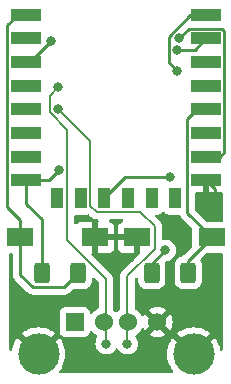
<source format=gbr>
%TF.GenerationSoftware,KiCad,Pcbnew,(6.0.2)*%
%TF.CreationDate,2022-03-14T21:43:20-03:00*%
%TF.ProjectId,9_axis_double,395f6178-6973-45f6-946f-75626c652e6b,rev?*%
%TF.SameCoordinates,Original*%
%TF.FileFunction,Copper,L1,Top*%
%TF.FilePolarity,Positive*%
%FSLAX46Y46*%
G04 Gerber Fmt 4.6, Leading zero omitted, Abs format (unit mm)*
G04 Created by KiCad (PCBNEW (6.0.2)) date 2022-03-14 21:43:20*
%MOMM*%
%LPD*%
G01*
G04 APERTURE LIST*
G04 Aperture macros list*
%AMRoundRect*
0 Rectangle with rounded corners*
0 $1 Rounding radius*
0 $2 $3 $4 $5 $6 $7 $8 $9 X,Y pos of 4 corners*
0 Add a 4 corners polygon primitive as box body*
4,1,4,$2,$3,$4,$5,$6,$7,$8,$9,$2,$3,0*
0 Add four circle primitives for the rounded corners*
1,1,$1+$1,$2,$3*
1,1,$1+$1,$4,$5*
1,1,$1+$1,$6,$7*
1,1,$1+$1,$8,$9*
0 Add four rect primitives between the rounded corners*
20,1,$1+$1,$2,$3,$4,$5,0*
20,1,$1+$1,$4,$5,$6,$7,0*
20,1,$1+$1,$6,$7,$8,$9,0*
20,1,$1+$1,$8,$9,$2,$3,0*%
G04 Aperture macros list end*
%TA.AperFunction,SMDPad,CuDef*%
%ADD10R,2.500000X1.000000*%
%TD*%
%TA.AperFunction,SMDPad,CuDef*%
%ADD11R,1.000000X1.800000*%
%TD*%
%TA.AperFunction,SMDPad,CuDef*%
%ADD12R,2.298700X1.597660*%
%TD*%
%TA.AperFunction,SMDPad,CuDef*%
%ADD13RoundRect,0.250000X-0.400000X-0.625000X0.400000X-0.625000X0.400000X0.625000X-0.400000X0.625000X0*%
%TD*%
%TA.AperFunction,ComponentPad*%
%ADD14R,1.524000X1.524000*%
%TD*%
%TA.AperFunction,ComponentPad*%
%ADD15C,1.524000*%
%TD*%
%TA.AperFunction,ComponentPad*%
%ADD16C,3.500000*%
%TD*%
%TA.AperFunction,ViaPad*%
%ADD17C,0.800000*%
%TD*%
%TA.AperFunction,Conductor*%
%ADD18C,0.200000*%
%TD*%
%TA.AperFunction,Conductor*%
%ADD19C,0.250000*%
%TD*%
G04 APERTURE END LIST*
D10*
%TO.P,U5,1,~{RST}*%
%TO.N,uC_reset*%
X73040000Y-59950000D03*
%TO.P,U5,2,ADC*%
%TO.N,unconnected-(U5-Pad2)*%
X73040000Y-61950000D03*
%TO.P,U5,3,EN*%
%TO.N,Net-(R11-Pad2)*%
X73040000Y-63950000D03*
%TO.P,U5,4,GPIO16*%
%TO.N,unconnected-(U5-Pad4)*%
X73040000Y-65950000D03*
%TO.P,U5,5,GPIO14*%
%TO.N,unconnected-(U5-Pad5)*%
X73040000Y-67950000D03*
%TO.P,U5,6,GPIO12*%
%TO.N,unconnected-(U5-Pad6)*%
X73040000Y-69950000D03*
%TO.P,U5,7,GPIO13*%
%TO.N,unconnected-(U5-Pad7)*%
X73040000Y-71950000D03*
%TO.P,U5,8,VCC*%
%TO.N,+3V3*%
X73040000Y-73950000D03*
D11*
%TO.P,U5,9,CS0*%
%TO.N,unconnected-(U5-Pad9)*%
X75640000Y-75450000D03*
%TO.P,U5,10,MISO*%
%TO.N,unconnected-(U5-Pad10)*%
X77640000Y-75450000D03*
%TO.P,U5,11,GPIO9*%
%TO.N,Net-(R1-Pad2)*%
X79640000Y-75450000D03*
%TO.P,U5,12,GPIO10*%
%TO.N,unconnected-(U5-Pad12)*%
X81640000Y-75450000D03*
%TO.P,U5,13,MOSI*%
%TO.N,unconnected-(U5-Pad13)*%
X83640000Y-75450000D03*
%TO.P,U5,14,SCLK*%
%TO.N,unconnected-(U5-Pad14)*%
X85640000Y-75450000D03*
D10*
%TO.P,U5,15,GND*%
%TO.N,GND*%
X88240000Y-73950000D03*
%TO.P,U5,16,GPIO15*%
%TO.N,Net-(R2-Pad1)*%
X88240000Y-71950000D03*
%TO.P,U5,17,GPIO2*%
%TO.N,unconnected-(U5-Pad17)*%
X88240000Y-69950000D03*
%TO.P,U5,18,GPIO0*%
%TO.N,uC_boot*%
X88240000Y-67950000D03*
%TO.P,U5,19,GPIO4*%
%TO.N,unconnected-(U5-Pad19)*%
X88240000Y-65950000D03*
%TO.P,U5,20,GPIO5*%
%TO.N,unconnected-(U5-Pad20)*%
X88240000Y-63950000D03*
%TO.P,U5,21,GPIO3/RXD*%
%TO.N,uC_RX*%
X88240000Y-61950000D03*
%TO.P,U5,22,GPIO1/TXD*%
%TO.N,uC_TX*%
X88240000Y-59950000D03*
%TD*%
D12*
%TO.P,SW2,1,1*%
%TO.N,GND*%
X78840000Y-78800000D03*
%TO.P,SW2,2,2*%
%TO.N,uC_reset*%
X72540800Y-78800000D03*
%TD*%
%TO.P,SW1,1,1*%
%TO.N,GND*%
X82440000Y-78800000D03*
%TO.P,SW1,2,2*%
%TO.N,uC_boot*%
X88739200Y-78800000D03*
%TD*%
D13*
%TO.P,R12,2*%
%TO.N,uC_reset*%
X77450000Y-81800000D03*
%TO.P,R12,1*%
%TO.N,+3V3*%
X74350000Y-81800000D03*
%TD*%
%TO.P,R10,2*%
%TO.N,uC_boot*%
X86750000Y-81800000D03*
%TO.P,R10,1*%
%TO.N,+3V3*%
X83650000Y-81800000D03*
%TD*%
D14*
%TO.P,J1,1,VBUS*%
%TO.N,+5V*%
X77140000Y-85972500D03*
D15*
%TO.P,J1,2,D-*%
%TO.N,D-*%
X79640000Y-85972500D03*
%TO.P,J1,3,D+*%
%TO.N,D+*%
X81640000Y-85972500D03*
%TO.P,J1,4,GND*%
%TO.N,GND*%
X84140000Y-85972500D03*
D16*
%TO.P,J1,5,Shield*%
X87210000Y-88682500D03*
X74070000Y-88682500D03*
%TD*%
D17*
%TO.N,+3V3*%
X84800000Y-79900000D03*
%TO.N,GND*%
X81800000Y-80500000D03*
X89000000Y-75700000D03*
%TO.N,+3V3*%
X75800000Y-73100000D03*
%TO.N,Net-(R1-Pad2)*%
X85200000Y-73700000D03*
%TO.N,uC_RX*%
X85800000Y-62900000D03*
%TO.N,uC_TX*%
X85800000Y-64700000D03*
%TO.N,Net-(R11-Pad2)*%
X75100000Y-62200000D03*
%TO.N,Net-(R2-Pad1)*%
X86000000Y-61900000D03*
%TO.N,D+*%
X75700000Y-67900000D03*
%TO.N,D-*%
X75700000Y-66100000D03*
%TO.N,D+*%
X81600000Y-87800000D03*
%TO.N,D-*%
X79800000Y-87800000D03*
%TD*%
D18*
%TO.N,D+*%
X81600000Y-87800000D02*
X81600000Y-82047862D01*
X78439511Y-70639511D02*
X75700000Y-67900000D01*
X81600000Y-82047862D02*
X83888861Y-79759001D01*
X83888861Y-79759001D02*
X83888861Y-77849350D01*
X83888861Y-77849350D02*
X82689022Y-76649511D01*
X82689022Y-76649511D02*
X78989022Y-76649511D01*
X78989022Y-76649511D02*
X78439511Y-76100000D01*
X78439511Y-76100000D02*
X78439511Y-70639511D01*
%TO.N,D-*%
X79800000Y-87800000D02*
X79800000Y-82347862D01*
X76499511Y-79047373D02*
X76499511Y-69688770D01*
X79800000Y-82347862D02*
X76499511Y-79047373D01*
X76499511Y-69688770D02*
X75000000Y-68189259D01*
X75000000Y-68189259D02*
X75000000Y-66800000D01*
X75000000Y-66800000D02*
X75700000Y-66100000D01*
D19*
%TO.N,+3V3*%
X83650000Y-81800000D02*
X83650000Y-81050000D01*
X83650000Y-81050000D02*
X84800000Y-79900000D01*
%TO.N,GND*%
X89000000Y-75700000D02*
X89000000Y-74710000D01*
X89000000Y-74710000D02*
X88240000Y-73950000D01*
X82440000Y-78800000D02*
X82440000Y-79860000D01*
X82440000Y-79860000D02*
X81800000Y-80500000D01*
%TO.N,uC_reset*%
X71400000Y-60840000D02*
X71400000Y-76200000D01*
X72540800Y-77340800D02*
X72540800Y-78800000D01*
X72290000Y-59950000D02*
X71400000Y-60840000D01*
X73040000Y-59950000D02*
X72290000Y-59950000D01*
X71400000Y-76200000D02*
X72540800Y-77340800D01*
%TO.N,uC_boot*%
X88240000Y-67950000D02*
X87490000Y-67950000D01*
X87490000Y-67950000D02*
X86665489Y-68774511D01*
X86665489Y-68774511D02*
X86665489Y-76726289D01*
X86665489Y-76726289D02*
X88739200Y-78800000D01*
X86750000Y-81800000D02*
X86750000Y-80789200D01*
X86750000Y-80789200D02*
X88739200Y-78800000D01*
%TO.N,uC_reset*%
X77450000Y-81800000D02*
X76250480Y-82999520D01*
X76250480Y-82999520D02*
X73599520Y-82999520D01*
X73599520Y-82999520D02*
X72540800Y-81940800D01*
X72540800Y-81940800D02*
X72540800Y-78800000D01*
%TO.N,+3V3*%
X74350000Y-81800000D02*
X74350000Y-77250000D01*
X74350000Y-77250000D02*
X73040000Y-75940000D01*
X73040000Y-75940000D02*
X73040000Y-73950000D01*
%TO.N,GND*%
X78840000Y-78800000D02*
X82440000Y-78800000D01*
%TO.N,Net-(R1-Pad2)*%
X85200000Y-73700000D02*
X81390000Y-73700000D01*
X81390000Y-73700000D02*
X79640000Y-75450000D01*
%TO.N,+3V3*%
X75800000Y-73100000D02*
X74950000Y-73950000D01*
X74950000Y-73950000D02*
X73040000Y-73950000D01*
%TO.N,Net-(R11-Pad2)*%
X75100000Y-62200000D02*
X73350000Y-63950000D01*
X73350000Y-63950000D02*
X73040000Y-63950000D01*
%TO.N,Net-(R2-Pad1)*%
X86000000Y-61900000D02*
X86774511Y-61125489D01*
X86774511Y-61125489D02*
X89625489Y-61125489D01*
X89625489Y-61125489D02*
X89814511Y-61314511D01*
X89814511Y-61314511D02*
X89814511Y-71585489D01*
X89814511Y-71585489D02*
X89450000Y-71950000D01*
X89450000Y-71950000D02*
X88240000Y-71950000D01*
%TO.N,uC_TX*%
X85800000Y-64700000D02*
X85075489Y-63975489D01*
X85075489Y-61799897D02*
X86925386Y-59950000D01*
X85075489Y-63975489D02*
X85075489Y-61799897D01*
X86925386Y-59950000D02*
X88240000Y-59950000D01*
%TO.N,uC_RX*%
X85800000Y-62900000D02*
X87290000Y-62900000D01*
X87290000Y-62900000D02*
X88240000Y-61950000D01*
%TD*%
%TA.AperFunction,Conductor*%
%TO.N,GND*%
G36*
X84729145Y-76651861D02*
G01*
X84740817Y-76665330D01*
X84776739Y-76713261D01*
X84893295Y-76800615D01*
X85029684Y-76851745D01*
X85091866Y-76858500D01*
X85949603Y-76858500D01*
X86017724Y-76878502D01*
X86064217Y-76932158D01*
X86070600Y-76949347D01*
X86079471Y-76979882D01*
X86083504Y-76986701D01*
X86083506Y-76986706D01*
X86089782Y-76997317D01*
X86098477Y-77015065D01*
X86105937Y-77033906D01*
X86110599Y-77040322D01*
X86110599Y-77040323D01*
X86131925Y-77069676D01*
X86138441Y-77079596D01*
X86155232Y-77107987D01*
X86160947Y-77117651D01*
X86175268Y-77131972D01*
X86188108Y-77147005D01*
X86200017Y-77163396D01*
X86225159Y-77184195D01*
X86234094Y-77191587D01*
X86242873Y-77199577D01*
X87044445Y-78001149D01*
X87078471Y-78063461D01*
X87081350Y-78090244D01*
X87081350Y-79509755D01*
X87061348Y-79577876D01*
X87044445Y-79598850D01*
X86357747Y-80285548D01*
X86349461Y-80293088D01*
X86342982Y-80297200D01*
X86337557Y-80302977D01*
X86296357Y-80346851D01*
X86293602Y-80349693D01*
X86273865Y-80369430D01*
X86271385Y-80372627D01*
X86263688Y-80381640D01*
X86260387Y-80385156D01*
X86253436Y-80392558D01*
X86193496Y-80426460D01*
X86193834Y-80427474D01*
X86187301Y-80429654D01*
X86187299Y-80429654D01*
X86055260Y-80473706D01*
X86026054Y-80483450D01*
X85875652Y-80576522D01*
X85750695Y-80701697D01*
X85746855Y-80707927D01*
X85746854Y-80707928D01*
X85704380Y-80776834D01*
X85657885Y-80852262D01*
X85655581Y-80859209D01*
X85604805Y-81012295D01*
X85602203Y-81020139D01*
X85591500Y-81124600D01*
X85591500Y-82475400D01*
X85591837Y-82478646D01*
X85591837Y-82478650D01*
X85600590Y-82563006D01*
X85602474Y-82581166D01*
X85658450Y-82748946D01*
X85751522Y-82899348D01*
X85876697Y-83024305D01*
X85882927Y-83028145D01*
X85882928Y-83028146D01*
X86020090Y-83112694D01*
X86027262Y-83117115D01*
X86107005Y-83143564D01*
X86188611Y-83170632D01*
X86188613Y-83170632D01*
X86195139Y-83172797D01*
X86201975Y-83173497D01*
X86201978Y-83173498D01*
X86245031Y-83177909D01*
X86299600Y-83183500D01*
X87200400Y-83183500D01*
X87203646Y-83183163D01*
X87203650Y-83183163D01*
X87299308Y-83173238D01*
X87299312Y-83173237D01*
X87306166Y-83172526D01*
X87312702Y-83170345D01*
X87312704Y-83170345D01*
X87444806Y-83126272D01*
X87473946Y-83116550D01*
X87624348Y-83023478D01*
X87749305Y-82898303D01*
X87842115Y-82747738D01*
X87897797Y-82579861D01*
X87908500Y-82475400D01*
X87908500Y-81124600D01*
X87897526Y-81018834D01*
X87895345Y-81012295D01*
X87843868Y-80858002D01*
X87841550Y-80851054D01*
X87795619Y-80776831D01*
X87776782Y-80708382D01*
X87797943Y-80640612D01*
X87813669Y-80621435D01*
X88290869Y-80144235D01*
X88353181Y-80110209D01*
X88379964Y-80107330D01*
X89556000Y-80107330D01*
X89624121Y-80127332D01*
X89670614Y-80180988D01*
X89682000Y-80233330D01*
X89682000Y-88256657D01*
X89661998Y-88324778D01*
X89608342Y-88371271D01*
X89538068Y-88381375D01*
X89473488Y-88351881D01*
X89435104Y-88292155D01*
X89432421Y-88281239D01*
X89396546Y-88100883D01*
X89394412Y-88092920D01*
X89301922Y-87820453D01*
X89298772Y-87812849D01*
X89171508Y-87554782D01*
X89167387Y-87547645D01*
X89007530Y-87308401D01*
X89002512Y-87301861D01*
X88989853Y-87287426D01*
X88976614Y-87279028D01*
X88966849Y-87284862D01*
X87569210Y-88682500D01*
X87299095Y-88952615D01*
X87236783Y-88986641D01*
X87165967Y-88981576D01*
X87120905Y-88952615D01*
X86850790Y-88682500D01*
X85454905Y-87286616D01*
X85441144Y-87279102D01*
X85431783Y-87285560D01*
X85417488Y-87301861D01*
X85412470Y-87308401D01*
X85252613Y-87547645D01*
X85248492Y-87554782D01*
X85121228Y-87812849D01*
X85118078Y-87820453D01*
X85025588Y-88092920D01*
X85023454Y-88100883D01*
X84967317Y-88383100D01*
X84966244Y-88391251D01*
X84947425Y-88678381D01*
X84947425Y-88686619D01*
X84966244Y-88973749D01*
X84967317Y-88981900D01*
X85023454Y-89264117D01*
X85025588Y-89272080D01*
X85118078Y-89544547D01*
X85121228Y-89552151D01*
X85248492Y-89810218D01*
X85252613Y-89817355D01*
X85412472Y-90056602D01*
X85417489Y-90063141D01*
X85434837Y-90082923D01*
X85464714Y-90147327D01*
X85455028Y-90217660D01*
X85408855Y-90271591D01*
X85340105Y-90292000D01*
X75939895Y-90292000D01*
X75871774Y-90271998D01*
X75825281Y-90218342D01*
X75815177Y-90148068D01*
X75845163Y-90082923D01*
X75862511Y-90063141D01*
X75867528Y-90056602D01*
X76027387Y-89817355D01*
X76031508Y-89810218D01*
X76158772Y-89552151D01*
X76161922Y-89544547D01*
X76254412Y-89272080D01*
X76256546Y-89264117D01*
X76312683Y-88981900D01*
X76313756Y-88973749D01*
X76332575Y-88686619D01*
X76332575Y-88678381D01*
X76313756Y-88391251D01*
X76312683Y-88383100D01*
X76256546Y-88100883D01*
X76254412Y-88092920D01*
X76161922Y-87820453D01*
X76158772Y-87812849D01*
X76031508Y-87554782D01*
X76027387Y-87547645D01*
X75867530Y-87308401D01*
X75862518Y-87301869D01*
X75849850Y-87287424D01*
X75836614Y-87279028D01*
X75826849Y-87284862D01*
X74429210Y-88682500D01*
X74159095Y-88952615D01*
X74096783Y-88986641D01*
X74025967Y-88981576D01*
X73980905Y-88952615D01*
X73710790Y-88682500D01*
X72314905Y-87286616D01*
X72301144Y-87279102D01*
X72291783Y-87285560D01*
X72277488Y-87301861D01*
X72272470Y-87308401D01*
X72112613Y-87547645D01*
X72108492Y-87554782D01*
X71981228Y-87812849D01*
X71978078Y-87820453D01*
X71885588Y-88092920D01*
X71883454Y-88100883D01*
X71847579Y-88281239D01*
X71814671Y-88344148D01*
X71752976Y-88379280D01*
X71682081Y-88375480D01*
X71624495Y-88333954D01*
X71598501Y-88267887D01*
X71598000Y-88256657D01*
X71598000Y-86915886D01*
X72666528Y-86915886D01*
X72672362Y-86925651D01*
X74057190Y-88310480D01*
X74071131Y-88318092D01*
X74072966Y-88317961D01*
X74079580Y-88313710D01*
X75465884Y-86927405D01*
X75473399Y-86913644D01*
X75466941Y-86904284D01*
X75450639Y-86889988D01*
X75444099Y-86884970D01*
X75204856Y-86725113D01*
X75197719Y-86720992D01*
X74939651Y-86593728D01*
X74932047Y-86590578D01*
X74659580Y-86498088D01*
X74651617Y-86495954D01*
X74369400Y-86439817D01*
X74361249Y-86438744D01*
X74074119Y-86419925D01*
X74065881Y-86419925D01*
X73778751Y-86438744D01*
X73770600Y-86439817D01*
X73488383Y-86495954D01*
X73480420Y-86498088D01*
X73207953Y-86590578D01*
X73200349Y-86593728D01*
X72942282Y-86720992D01*
X72935145Y-86725113D01*
X72695901Y-86884970D01*
X72689361Y-86889988D01*
X72674926Y-86902647D01*
X72666528Y-86915886D01*
X71598000Y-86915886D01*
X71598000Y-80233330D01*
X71618002Y-80165209D01*
X71671658Y-80118716D01*
X71724000Y-80107330D01*
X71781300Y-80107330D01*
X71849421Y-80127332D01*
X71895914Y-80180988D01*
X71907300Y-80233330D01*
X71907300Y-81862033D01*
X71906773Y-81873216D01*
X71905098Y-81880709D01*
X71905347Y-81888635D01*
X71905347Y-81888636D01*
X71907238Y-81948786D01*
X71907300Y-81952745D01*
X71907300Y-81980656D01*
X71907797Y-81984590D01*
X71907797Y-81984591D01*
X71907805Y-81984656D01*
X71908738Y-81996493D01*
X71910127Y-82040689D01*
X71914590Y-82056050D01*
X71915778Y-82060139D01*
X71919787Y-82079500D01*
X71922326Y-82099597D01*
X71925245Y-82106968D01*
X71925245Y-82106970D01*
X71938604Y-82140712D01*
X71942449Y-82151942D01*
X71954782Y-82194393D01*
X71958815Y-82201212D01*
X71958817Y-82201217D01*
X71965093Y-82211828D01*
X71973788Y-82229576D01*
X71981248Y-82248417D01*
X71985910Y-82254833D01*
X71985910Y-82254834D01*
X72007236Y-82284187D01*
X72013752Y-82294107D01*
X72017185Y-82299911D01*
X72036258Y-82332162D01*
X72050579Y-82346483D01*
X72063419Y-82361516D01*
X72075328Y-82377907D01*
X72081434Y-82382958D01*
X72109405Y-82406098D01*
X72118184Y-82414088D01*
X73095863Y-83391767D01*
X73103407Y-83400057D01*
X73107520Y-83406538D01*
X73113297Y-83411963D01*
X73157187Y-83453178D01*
X73160029Y-83455933D01*
X73179750Y-83475654D01*
X73182945Y-83478132D01*
X73191967Y-83485838D01*
X73224199Y-83516106D01*
X73231148Y-83519926D01*
X73241952Y-83525866D01*
X73258476Y-83536719D01*
X73274479Y-83549133D01*
X73315063Y-83566696D01*
X73325693Y-83571903D01*
X73364460Y-83593215D01*
X73372137Y-83595186D01*
X73372142Y-83595188D01*
X73384078Y-83598252D01*
X73402786Y-83604657D01*
X73421375Y-83612701D01*
X73429203Y-83613941D01*
X73429210Y-83613943D01*
X73465044Y-83619619D01*
X73476664Y-83622025D01*
X73508479Y-83630193D01*
X73519490Y-83633020D01*
X73539744Y-83633020D01*
X73559454Y-83634571D01*
X73579463Y-83637740D01*
X73587355Y-83636994D01*
X73606100Y-83635222D01*
X73623482Y-83633579D01*
X73635339Y-83633020D01*
X76171713Y-83633020D01*
X76182896Y-83633547D01*
X76190389Y-83635222D01*
X76198315Y-83634973D01*
X76198316Y-83634973D01*
X76258466Y-83633082D01*
X76262425Y-83633020D01*
X76290336Y-83633020D01*
X76294271Y-83632523D01*
X76294336Y-83632515D01*
X76306173Y-83631582D01*
X76338431Y-83630568D01*
X76342450Y-83630442D01*
X76350369Y-83630193D01*
X76369823Y-83624541D01*
X76389180Y-83620533D01*
X76401410Y-83618988D01*
X76401411Y-83618988D01*
X76409277Y-83617994D01*
X76416648Y-83615075D01*
X76416650Y-83615075D01*
X76450392Y-83601716D01*
X76461622Y-83597871D01*
X76496463Y-83587749D01*
X76496464Y-83587749D01*
X76504073Y-83585538D01*
X76510892Y-83581505D01*
X76510897Y-83581503D01*
X76521508Y-83575227D01*
X76539256Y-83566532D01*
X76558097Y-83559072D01*
X76578467Y-83544273D01*
X76593867Y-83533084D01*
X76603787Y-83526568D01*
X76635015Y-83508100D01*
X76635018Y-83508098D01*
X76641842Y-83504062D01*
X76656163Y-83489741D01*
X76671197Y-83476900D01*
X76672912Y-83475654D01*
X76687587Y-83464992D01*
X76715778Y-83430915D01*
X76723768Y-83422136D01*
X76925499Y-83220405D01*
X76987811Y-83186379D01*
X77014594Y-83183500D01*
X77900400Y-83183500D01*
X77903646Y-83183163D01*
X77903650Y-83183163D01*
X77999308Y-83173238D01*
X77999312Y-83173237D01*
X78006166Y-83172526D01*
X78012702Y-83170345D01*
X78012704Y-83170345D01*
X78144806Y-83126272D01*
X78173946Y-83116550D01*
X78324348Y-83023478D01*
X78449305Y-82898303D01*
X78542115Y-82747738D01*
X78597797Y-82579861D01*
X78608500Y-82475400D01*
X78608500Y-82321101D01*
X78628502Y-82252980D01*
X78682158Y-82206487D01*
X78752432Y-82196383D01*
X78817012Y-82225877D01*
X78823595Y-82232006D01*
X79154595Y-82563006D01*
X79188621Y-82625318D01*
X79191500Y-82652101D01*
X79191500Y-84699526D01*
X79171498Y-84767647D01*
X79118750Y-84813721D01*
X79002324Y-84868012D01*
X78997820Y-84871166D01*
X78997815Y-84871169D01*
X78824730Y-84992364D01*
X78824727Y-84992366D01*
X78820219Y-84995523D01*
X78663023Y-85152719D01*
X78635781Y-85191624D01*
X78580326Y-85235952D01*
X78509707Y-85243262D01*
X78446346Y-85211231D01*
X78410361Y-85150030D01*
X78407306Y-85132962D01*
X78405971Y-85120673D01*
X78403745Y-85100184D01*
X78352615Y-84963795D01*
X78265261Y-84847239D01*
X78148705Y-84759885D01*
X78012316Y-84708755D01*
X77950134Y-84702000D01*
X76329866Y-84702000D01*
X76267684Y-84708755D01*
X76131295Y-84759885D01*
X76014739Y-84847239D01*
X75927385Y-84963795D01*
X75876255Y-85100184D01*
X75869500Y-85162366D01*
X75869500Y-86782634D01*
X75876255Y-86844816D01*
X75927385Y-86981205D01*
X76014739Y-87097761D01*
X76018992Y-87100949D01*
X76018993Y-87100950D01*
X76113650Y-87171891D01*
X76131295Y-87185115D01*
X76267684Y-87236245D01*
X76329866Y-87243000D01*
X77950134Y-87243000D01*
X78012316Y-87236245D01*
X78148705Y-87185115D01*
X78265261Y-87097761D01*
X78352615Y-86981205D01*
X78403745Y-86844816D01*
X78407306Y-86812038D01*
X78434549Y-86746476D01*
X78492912Y-86706050D01*
X78563866Y-86703596D01*
X78624884Y-86739892D01*
X78635777Y-86753369D01*
X78663023Y-86792281D01*
X78820219Y-86949477D01*
X78824727Y-86952634D01*
X78824730Y-86952636D01*
X78871499Y-86985384D01*
X79002323Y-87076988D01*
X79007307Y-87079312D01*
X79007319Y-87079319D01*
X79009211Y-87080201D01*
X79009904Y-87080811D01*
X79012074Y-87082064D01*
X79011822Y-87082500D01*
X79062494Y-87127120D01*
X79081952Y-87195399D01*
X79059874Y-87262429D01*
X79060960Y-87263056D01*
X79057659Y-87268774D01*
X79057655Y-87268780D01*
X78968777Y-87422721D01*
X78965473Y-87428444D01*
X78906458Y-87610072D01*
X78886496Y-87800000D01*
X78906458Y-87989928D01*
X78965473Y-88171556D01*
X78968776Y-88177278D01*
X78968777Y-88177279D01*
X79002686Y-88236010D01*
X79060960Y-88336944D01*
X79065378Y-88341851D01*
X79065379Y-88341852D01*
X79074409Y-88351881D01*
X79188747Y-88478866D01*
X79343248Y-88591118D01*
X79349276Y-88593802D01*
X79349278Y-88593803D01*
X79511681Y-88666109D01*
X79517712Y-88668794D01*
X79601572Y-88686619D01*
X79698056Y-88707128D01*
X79698061Y-88707128D01*
X79704513Y-88708500D01*
X79895487Y-88708500D01*
X79901939Y-88707128D01*
X79901944Y-88707128D01*
X79998428Y-88686619D01*
X80082288Y-88668794D01*
X80088319Y-88666109D01*
X80250722Y-88593803D01*
X80250724Y-88593802D01*
X80256752Y-88591118D01*
X80411253Y-88478866D01*
X80525591Y-88351881D01*
X80534621Y-88341852D01*
X80534622Y-88341851D01*
X80539040Y-88336944D01*
X80590881Y-88247153D01*
X80642264Y-88198160D01*
X80711977Y-88184724D01*
X80777888Y-88211110D01*
X80809119Y-88247153D01*
X80860960Y-88336944D01*
X80865378Y-88341851D01*
X80865379Y-88341852D01*
X80874409Y-88351881D01*
X80988747Y-88478866D01*
X81143248Y-88591118D01*
X81149276Y-88593802D01*
X81149278Y-88593803D01*
X81311681Y-88666109D01*
X81317712Y-88668794D01*
X81401572Y-88686619D01*
X81498056Y-88707128D01*
X81498061Y-88707128D01*
X81504513Y-88708500D01*
X81695487Y-88708500D01*
X81701939Y-88707128D01*
X81701944Y-88707128D01*
X81798428Y-88686619D01*
X81882288Y-88668794D01*
X81888319Y-88666109D01*
X82050722Y-88593803D01*
X82050724Y-88593802D01*
X82056752Y-88591118D01*
X82211253Y-88478866D01*
X82325591Y-88351881D01*
X82334621Y-88341852D01*
X82334622Y-88341851D01*
X82339040Y-88336944D01*
X82397314Y-88236010D01*
X82431223Y-88177279D01*
X82431224Y-88177278D01*
X82434527Y-88171556D01*
X82493542Y-87989928D01*
X82513504Y-87800000D01*
X82493542Y-87610072D01*
X82434527Y-87428444D01*
X82426925Y-87415276D01*
X82352642Y-87286616D01*
X82339040Y-87263056D01*
X82307852Y-87228419D01*
X82277137Y-87164415D01*
X82285900Y-87093961D01*
X82329219Y-87040898D01*
X82342959Y-87031277D01*
X83445777Y-87031277D01*
X83455074Y-87043293D01*
X83498069Y-87073398D01*
X83507555Y-87078876D01*
X83698993Y-87168145D01*
X83709285Y-87171891D01*
X83913309Y-87226559D01*
X83924104Y-87228462D01*
X84134525Y-87246872D01*
X84145475Y-87246872D01*
X84355896Y-87228462D01*
X84366691Y-87226559D01*
X84570715Y-87171891D01*
X84581007Y-87168145D01*
X84772445Y-87078876D01*
X84781931Y-87073398D01*
X84825764Y-87042707D01*
X84834139Y-87032229D01*
X84827071Y-87018781D01*
X84724176Y-86915886D01*
X85806528Y-86915886D01*
X85812362Y-86925651D01*
X87197190Y-88310480D01*
X87211131Y-88318092D01*
X87212966Y-88317961D01*
X87219580Y-88313710D01*
X88605884Y-86927405D01*
X88613399Y-86913644D01*
X88606941Y-86904284D01*
X88590639Y-86889988D01*
X88584099Y-86884970D01*
X88344856Y-86725113D01*
X88337719Y-86720992D01*
X88079651Y-86593728D01*
X88072047Y-86590578D01*
X87799580Y-86498088D01*
X87791617Y-86495954D01*
X87509400Y-86439817D01*
X87501249Y-86438744D01*
X87214119Y-86419925D01*
X87205881Y-86419925D01*
X86918751Y-86438744D01*
X86910600Y-86439817D01*
X86628383Y-86495954D01*
X86620420Y-86498088D01*
X86347953Y-86590578D01*
X86340349Y-86593728D01*
X86082282Y-86720992D01*
X86075145Y-86725113D01*
X85835901Y-86884970D01*
X85829361Y-86889988D01*
X85814926Y-86902647D01*
X85806528Y-86915886D01*
X84724176Y-86915886D01*
X84152812Y-86344522D01*
X84138868Y-86336908D01*
X84137035Y-86337039D01*
X84130420Y-86341290D01*
X83452207Y-87019503D01*
X83445777Y-87031277D01*
X82342959Y-87031277D01*
X82455270Y-86952636D01*
X82455273Y-86952634D01*
X82459781Y-86949477D01*
X82616977Y-86792281D01*
X82621354Y-86786031D01*
X82741331Y-86614685D01*
X82741332Y-86614683D01*
X82744488Y-86610176D01*
X82746811Y-86605194D01*
X82746814Y-86605189D01*
X82776081Y-86542425D01*
X82822999Y-86489140D01*
X82891276Y-86469679D01*
X82959236Y-86490221D01*
X83004471Y-86542425D01*
X83033623Y-86604941D01*
X83039103Y-86614432D01*
X83069794Y-86658265D01*
X83080271Y-86666640D01*
X83093718Y-86659572D01*
X83767978Y-85985312D01*
X83774356Y-85973632D01*
X84504408Y-85973632D01*
X84504539Y-85975465D01*
X84508790Y-85982080D01*
X85187003Y-86660293D01*
X85198777Y-86666723D01*
X85210793Y-86657426D01*
X85240897Y-86614432D01*
X85246377Y-86604941D01*
X85335645Y-86413507D01*
X85339391Y-86403215D01*
X85394059Y-86199191D01*
X85395962Y-86188396D01*
X85414372Y-85977975D01*
X85414372Y-85967025D01*
X85395962Y-85756604D01*
X85394059Y-85745809D01*
X85339391Y-85541785D01*
X85335645Y-85531493D01*
X85246377Y-85340059D01*
X85240897Y-85330568D01*
X85210206Y-85286735D01*
X85199729Y-85278360D01*
X85186282Y-85285428D01*
X84512022Y-85959688D01*
X84504408Y-85973632D01*
X83774356Y-85973632D01*
X83775592Y-85971368D01*
X83775461Y-85969535D01*
X83771210Y-85962920D01*
X83092997Y-85284707D01*
X83081223Y-85278277D01*
X83069207Y-85287574D01*
X83039103Y-85330568D01*
X83033623Y-85340059D01*
X83004471Y-85402575D01*
X82957553Y-85455860D01*
X82889276Y-85475321D01*
X82821316Y-85454779D01*
X82776081Y-85402575D01*
X82746814Y-85339811D01*
X82746811Y-85339806D01*
X82744488Y-85334824D01*
X82741331Y-85330315D01*
X82620136Y-85157230D01*
X82620134Y-85157227D01*
X82616977Y-85152719D01*
X82459781Y-84995523D01*
X82455273Y-84992366D01*
X82455270Y-84992364D01*
X82341599Y-84912771D01*
X83445860Y-84912771D01*
X83452928Y-84926218D01*
X84127188Y-85600478D01*
X84141132Y-85608092D01*
X84142965Y-85607961D01*
X84149580Y-85603710D01*
X84827793Y-84925497D01*
X84834223Y-84913723D01*
X84824926Y-84901707D01*
X84781931Y-84871602D01*
X84772445Y-84866124D01*
X84581007Y-84776855D01*
X84570715Y-84773109D01*
X84366691Y-84718441D01*
X84355896Y-84716538D01*
X84145475Y-84698128D01*
X84134525Y-84698128D01*
X83924104Y-84716538D01*
X83913309Y-84718441D01*
X83709285Y-84773109D01*
X83698993Y-84776855D01*
X83507559Y-84866123D01*
X83498068Y-84871603D01*
X83454235Y-84902294D01*
X83445860Y-84912771D01*
X82341599Y-84912771D01*
X82277677Y-84868012D01*
X82272694Y-84865688D01*
X82271500Y-84864999D01*
X82222506Y-84813616D01*
X82208500Y-84755880D01*
X82208500Y-82352101D01*
X82228502Y-82283980D01*
X82245405Y-82263006D01*
X82276405Y-82232006D01*
X82338717Y-82197980D01*
X82409532Y-82203045D01*
X82466368Y-82245592D01*
X82491179Y-82312112D01*
X82491500Y-82321101D01*
X82491500Y-82475400D01*
X82491837Y-82478646D01*
X82491837Y-82478650D01*
X82500590Y-82563006D01*
X82502474Y-82581166D01*
X82558450Y-82748946D01*
X82651522Y-82899348D01*
X82776697Y-83024305D01*
X82782927Y-83028145D01*
X82782928Y-83028146D01*
X82920090Y-83112694D01*
X82927262Y-83117115D01*
X83007005Y-83143564D01*
X83088611Y-83170632D01*
X83088613Y-83170632D01*
X83095139Y-83172797D01*
X83101975Y-83173497D01*
X83101978Y-83173498D01*
X83145031Y-83177909D01*
X83199600Y-83183500D01*
X84100400Y-83183500D01*
X84103646Y-83183163D01*
X84103650Y-83183163D01*
X84199308Y-83173238D01*
X84199312Y-83173237D01*
X84206166Y-83172526D01*
X84212702Y-83170345D01*
X84212704Y-83170345D01*
X84344806Y-83126272D01*
X84373946Y-83116550D01*
X84524348Y-83023478D01*
X84649305Y-82898303D01*
X84742115Y-82747738D01*
X84797797Y-82579861D01*
X84808500Y-82475400D01*
X84808500Y-81124600D01*
X84797526Y-81018834D01*
X84795345Y-81012296D01*
X84795345Y-81012295D01*
X84782466Y-80973693D01*
X84779882Y-80902743D01*
X84816066Y-80841659D01*
X84879530Y-80809835D01*
X84888819Y-80808507D01*
X84888886Y-80808500D01*
X84895487Y-80808500D01*
X85082288Y-80768794D01*
X85088319Y-80766109D01*
X85250722Y-80693803D01*
X85250724Y-80693802D01*
X85256752Y-80691118D01*
X85411253Y-80578866D01*
X85539040Y-80436944D01*
X85616386Y-80302977D01*
X85631223Y-80277279D01*
X85631224Y-80277278D01*
X85634527Y-80271556D01*
X85693542Y-80089928D01*
X85713504Y-79900000D01*
X85693542Y-79710072D01*
X85634527Y-79528444D01*
X85539040Y-79363056D01*
X85411253Y-79221134D01*
X85256752Y-79108882D01*
X85250724Y-79106198D01*
X85250722Y-79106197D01*
X85088319Y-79033891D01*
X85088318Y-79033891D01*
X85082288Y-79031206D01*
X84970728Y-79007493D01*
X84901944Y-78992872D01*
X84901939Y-78992872D01*
X84895487Y-78991500D01*
X84704513Y-78991500D01*
X84698061Y-78992872D01*
X84698056Y-78992872D01*
X84649558Y-79003181D01*
X84578767Y-78997779D01*
X84522134Y-78954962D01*
X84497641Y-78888324D01*
X84497361Y-78879934D01*
X84497361Y-77897494D01*
X84498439Y-77881048D01*
X84501534Y-77857538D01*
X84502612Y-77849350D01*
X84481699Y-77690499D01*
X84420385Y-77542474D01*
X84347339Y-77447279D01*
X84347335Y-77447275D01*
X84337756Y-77434791D01*
X84327877Y-77421916D01*
X84327874Y-77421913D01*
X84322848Y-77415363D01*
X84316293Y-77410333D01*
X84297482Y-77395898D01*
X84285091Y-77385031D01*
X83973655Y-77073595D01*
X83939629Y-77011283D01*
X83944694Y-76940468D01*
X83987241Y-76883632D01*
X84053761Y-76858821D01*
X84062750Y-76858500D01*
X84188134Y-76858500D01*
X84250316Y-76851745D01*
X84386705Y-76800615D01*
X84503261Y-76713261D01*
X84539176Y-76665340D01*
X84596033Y-76622827D01*
X84666851Y-76617801D01*
X84729145Y-76651861D01*
G37*
%TD.AperFunction*%
%TA.AperFunction,Conductor*%
G36*
X78250343Y-76851992D02*
G01*
X78316871Y-76855465D01*
X78364214Y-76885251D01*
X78524700Y-77045737D01*
X78535567Y-77058127D01*
X78555035Y-77083498D01*
X78561581Y-77088521D01*
X78561584Y-77088524D01*
X78586949Y-77107987D01*
X78586951Y-77107988D01*
X78638325Y-77147409D01*
X78682146Y-77181035D01*
X78689772Y-77184194D01*
X78689774Y-77184195D01*
X78742926Y-77206211D01*
X78830171Y-77242349D01*
X78838358Y-77243427D01*
X78838359Y-77243427D01*
X78849564Y-77244902D01*
X78880760Y-77249009D01*
X78949137Y-77258011D01*
X78949140Y-77258011D01*
X78949148Y-77258012D01*
X78980833Y-77262183D01*
X78989022Y-77263261D01*
X78997211Y-77262183D01*
X78997212Y-77262183D01*
X79019783Y-77259212D01*
X79089932Y-77270152D01*
X79143029Y-77317282D01*
X79162218Y-77385636D01*
X79141405Y-77453513D01*
X79117858Y-77473430D01*
X79095671Y-77499035D01*
X79094000Y-77506718D01*
X79094000Y-78527885D01*
X79098475Y-78543124D01*
X79099865Y-78544329D01*
X79107548Y-78546000D01*
X80479234Y-78546000D01*
X80494473Y-78541525D01*
X80495678Y-78540135D01*
X80497349Y-78532452D01*
X80497349Y-77956501D01*
X80496979Y-77949680D01*
X80491455Y-77898818D01*
X80487829Y-77883566D01*
X80442674Y-77763116D01*
X80434136Y-77747521D01*
X80357635Y-77645446D01*
X80345074Y-77632885D01*
X80242999Y-77556384D01*
X80227404Y-77547846D01*
X80105092Y-77501993D01*
X80048328Y-77459351D01*
X80023628Y-77392790D01*
X80038835Y-77323441D01*
X80089121Y-77273323D01*
X80149322Y-77258011D01*
X81130678Y-77258011D01*
X81198799Y-77278013D01*
X81245292Y-77331669D01*
X81255396Y-77401943D01*
X81225902Y-77466523D01*
X81174908Y-77501993D01*
X81052596Y-77547846D01*
X81037001Y-77556384D01*
X80934926Y-77632885D01*
X80922365Y-77645446D01*
X80845864Y-77747521D01*
X80837326Y-77763116D01*
X80792172Y-77883564D01*
X80788545Y-77898819D01*
X80783019Y-77949684D01*
X80782650Y-77956498D01*
X80782650Y-78527885D01*
X80787125Y-78543124D01*
X80788515Y-78544329D01*
X80796198Y-78546000D01*
X82568000Y-78546000D01*
X82636121Y-78566002D01*
X82682614Y-78619658D01*
X82694000Y-78672000D01*
X82694000Y-80041123D01*
X82673998Y-80109244D01*
X82657095Y-80130218D01*
X81203766Y-81583547D01*
X81191375Y-81594414D01*
X81166013Y-81613875D01*
X81141526Y-81645787D01*
X81141523Y-81645790D01*
X81068476Y-81740986D01*
X81065316Y-81748616D01*
X81035724Y-81820057D01*
X81014682Y-81870858D01*
X81007162Y-81889012D01*
X80991500Y-82007977D01*
X80991500Y-82007982D01*
X80986250Y-82047862D01*
X80987328Y-82056050D01*
X80990422Y-82079552D01*
X80991500Y-82095998D01*
X80991500Y-84809999D01*
X80971498Y-84878120D01*
X80937771Y-84913212D01*
X80824730Y-84992364D01*
X80824727Y-84992366D01*
X80820219Y-84995523D01*
X80729095Y-85086647D01*
X80666783Y-85120673D01*
X80595968Y-85115608D01*
X80550905Y-85086647D01*
X80459781Y-84995523D01*
X80455269Y-84992364D01*
X80453508Y-84990886D01*
X80414182Y-84931776D01*
X80408500Y-84894365D01*
X80408500Y-82395998D01*
X80409578Y-82379552D01*
X80412672Y-82356050D01*
X80413750Y-82347862D01*
X80408500Y-82307984D01*
X80408500Y-82307977D01*
X80395139Y-82206487D01*
X80393916Y-82197200D01*
X80392838Y-82189012D01*
X80331524Y-82040987D01*
X80308058Y-82010405D01*
X80285230Y-81980656D01*
X80285228Y-81980654D01*
X80263814Y-81952745D01*
X80258477Y-81945790D01*
X80258474Y-81945787D01*
X80258471Y-81945783D01*
X80239016Y-81920428D01*
X80239013Y-81920425D01*
X80233987Y-81913875D01*
X80227432Y-81908845D01*
X80208621Y-81894410D01*
X80196230Y-81883543D01*
X78588045Y-80275358D01*
X78554019Y-80213046D01*
X78559084Y-80142231D01*
X78581915Y-80103752D01*
X78584328Y-80100967D01*
X78586000Y-80093282D01*
X78586000Y-80088714D01*
X79094000Y-80088714D01*
X79098475Y-80103953D01*
X79099865Y-80105158D01*
X79107548Y-80106829D01*
X80034019Y-80106829D01*
X80040840Y-80106459D01*
X80091702Y-80100935D01*
X80106954Y-80097309D01*
X80227404Y-80052154D01*
X80242999Y-80043616D01*
X80345074Y-79967115D01*
X80357635Y-79954554D01*
X80434136Y-79852479D01*
X80442674Y-79836884D01*
X80487828Y-79716436D01*
X80491455Y-79701181D01*
X80496981Y-79650316D01*
X80497350Y-79643502D01*
X80497350Y-79643499D01*
X80782651Y-79643499D01*
X80783021Y-79650320D01*
X80788545Y-79701182D01*
X80792171Y-79716434D01*
X80837326Y-79836884D01*
X80845864Y-79852479D01*
X80922365Y-79954554D01*
X80934926Y-79967115D01*
X81037001Y-80043616D01*
X81052596Y-80052154D01*
X81173044Y-80097308D01*
X81188299Y-80100935D01*
X81239164Y-80106461D01*
X81245978Y-80106830D01*
X82167885Y-80106830D01*
X82183124Y-80102355D01*
X82184329Y-80100965D01*
X82186000Y-80093282D01*
X82186000Y-79072115D01*
X82181525Y-79056876D01*
X82180135Y-79055671D01*
X82172452Y-79054000D01*
X80800766Y-79054000D01*
X80785527Y-79058475D01*
X80784322Y-79059865D01*
X80782651Y-79067548D01*
X80782651Y-79643499D01*
X80497350Y-79643499D01*
X80497350Y-79072115D01*
X80492875Y-79056876D01*
X80491485Y-79055671D01*
X80483802Y-79054000D01*
X79112115Y-79054000D01*
X79096876Y-79058475D01*
X79095671Y-79059865D01*
X79094000Y-79067548D01*
X79094000Y-80088714D01*
X78586000Y-80088714D01*
X78586000Y-77511286D01*
X78581525Y-77496047D01*
X78580135Y-77494842D01*
X78572452Y-77493171D01*
X77645981Y-77493171D01*
X77639160Y-77493541D01*
X77588298Y-77499065D01*
X77573046Y-77502691D01*
X77452596Y-77547846D01*
X77437001Y-77556384D01*
X77334926Y-77632885D01*
X77323106Y-77644705D01*
X77260794Y-77678731D01*
X77189979Y-77673666D01*
X77133143Y-77631119D01*
X77108332Y-77564599D01*
X77108011Y-77555610D01*
X77108011Y-76984500D01*
X77128013Y-76916379D01*
X77181669Y-76869886D01*
X77234011Y-76858500D01*
X78188134Y-76858500D01*
X78248788Y-76851911D01*
X78250316Y-76851745D01*
X78250343Y-76851992D01*
G37*
%TD.AperFunction*%
%TA.AperFunction,Conductor*%
G36*
X88436121Y-73716002D02*
G01*
X88482614Y-73769658D01*
X88494000Y-73822000D01*
X88494000Y-74939884D01*
X88498475Y-74955123D01*
X88499865Y-74956328D01*
X88507548Y-74957999D01*
X89534669Y-74957999D01*
X89541475Y-74957630D01*
X89542389Y-74957531D01*
X89542602Y-74957569D01*
X89544877Y-74957446D01*
X89544906Y-74957982D01*
X89612272Y-74970058D01*
X89664289Y-75018377D01*
X89682000Y-75082794D01*
X89682000Y-77366670D01*
X89661998Y-77434791D01*
X89608342Y-77481284D01*
X89556000Y-77492670D01*
X88379965Y-77492670D01*
X88311844Y-77472668D01*
X88290870Y-77455765D01*
X87335894Y-76500789D01*
X87301868Y-76438477D01*
X87298989Y-76411694D01*
X87298989Y-75084000D01*
X87318991Y-75015879D01*
X87372647Y-74969386D01*
X87424989Y-74958000D01*
X87967885Y-74958000D01*
X87983124Y-74953525D01*
X87984329Y-74952135D01*
X87986000Y-74944452D01*
X87986000Y-73822000D01*
X88006002Y-73753879D01*
X88059658Y-73707386D01*
X88112000Y-73696000D01*
X88368000Y-73696000D01*
X88436121Y-73716002D01*
G37*
%TD.AperFunction*%
%TD*%
M02*

</source>
